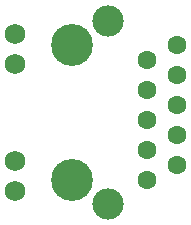
<source format=gbs>
G04 EAGLE Gerber RS-274X export*
G75*
%MOMM*%
%FSLAX34Y34*%
%LPD*%
%INBottom Solder Mask*%
%IPPOS*%
%AMOC8*
5,1,8,0,0,1.08239X$1,22.5*%
G01*
%ADD10C,2.648200*%
%ADD11C,1.601200*%
%ADD12C,1.733200*%
%ADD13C,3.553200*%


D10*
X119400Y24150D03*
X119400Y179050D03*
D11*
X177800Y108000D03*
X152400Y120700D03*
X152400Y146100D03*
X152400Y95300D03*
X152400Y69900D03*
X152400Y44500D03*
X177800Y133400D03*
X177800Y158800D03*
X177800Y82600D03*
X177800Y57200D03*
D12*
X40100Y35350D03*
X40100Y167850D03*
X40100Y142450D03*
X40100Y60750D03*
D13*
X88900Y44450D03*
X88900Y158750D03*
M02*

</source>
